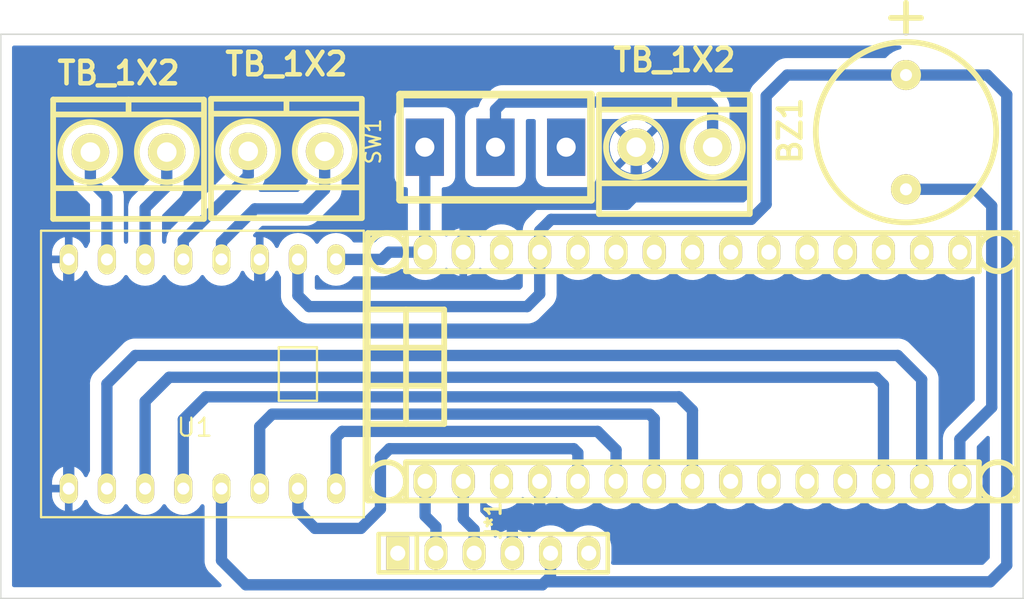
<source format=kicad_pcb>
(kicad_pcb (version 20211014) (generator pcbnew)
  (layers (0 "F.Cu" signal) (31 "B.Cu" signal) (34 "B.Paste" user) (35 "F.Paste" user) (36 "B.SilkS" user "B.Silkscreen") (37 "F.SilkS" user "F.Silkscreen") (38 "B.Mask" user) (39 "F.Mask" user) (44 "Edge.Cuts" user))
  (net 0 "")
  (net 1 "+5V")
  (net 2 "/+BATT")
  (net 3 "GND")
  (net 4 "/OUT3")
  (net 5 "/OUT4")
  (net 6 "/OUT1")
  (net 7 "/OUT2")
  (net 8 "/TX")
  (net 9 "/RX")
  (net 11 "/D2")
  (net 12 "/DRIVER 1")
  (net 13 "/D4")
  (net 14 "/D5")
  (net 18 "/D10")
  (net 19 "/DRIVER 2")
  (net 33 "VCC")
  (net 37 "/BUZZER")
  (footprint "EESTN5 - Librerias Kicad:SW_SPDT_TH_Vertical" (layer "F.Cu") (at 144.9 64.4 90)
    (fp_text reference "SW1" (at 0.381 -8.128 90) (layer "F.SilkS"))
    (fp_text value "SW_SPDT" hide)
    (fp_line (start -3.5 -6.35) (end -3.5 6.35) (layer "F.SilkS") (width 0.5))
    (fp_line (start 3.5 -6.35) (end 3.5 6.35) (layer "F.SilkS") (width 0.508))
    (fp_line (start -3.5 6.35) (end 3.5 6.35) (layer "F.SilkS") (width 0.508))
    (fp_line (start 3.5 -6.35) (end -3.5 -6.35) (layer "F.SilkS") (width 0.5))
    (pad "1" thru_hole rect locked (at 0 -4.7 90) (size 3.81 2.54) (drill 1.27) (layers *.Cu *.Mask) (net 33 "VCC"))
    (pad "2" thru_hole rect locked (at 0 0 90) (size 3.81 2.54) (drill 1.27) (layers *.Cu *.Mask) (net 2 "/+BATT"))
    (pad "3" thru_hole rect locked (at 0 4.7 90) (size 3.81 2.54) (drill 1.27) (layers *.Cu *.Mask))
  )
  (footprint "EESTN5 - Librerias Kicad:HC-05" (layer "F.Cu") (at 144.75 91.4)
    (fp_text reference "J*1" (at 0 -2.159 90) (layer "F.SilkS") (effects (font (size 1.016 1.016) (thickness 0.2032))))
    (fp_text value "HC-05" hide)
    (fp_line (start -5.08 -1.27) (end -5.08 1.27) (layer "F.SilkS") (width 0.3048))
    (fp_line (start -7.62 -1.27) (end 7.62 -1.27) (layer "F.SilkS") (width 0.3048))
    (fp_line (start -7.62 1.27) (end -7.62 -1.27) (layer "F.SilkS") (width 0.3048))
    (fp_line (start 7.62 1.27) (end -7.62 1.27) (layer "F.SilkS") (width 0.3048))
    (fp_line (start 7.62 -1.27) (end 7.62 1.27) (layer "F.SilkS") (width 0.3048))
    (pad "1" thru_hole rect locked (at -6.35 0) (size 1.524 2.19964) (drill 1.00076) (layers *.Cu *.Mask "F.SilkS"))
    (pad "2" thru_hole oval locked (at -3.81 0) (size 1.524 2.19964) (drill 1.00076) (layers *.Cu *.Mask "F.SilkS") (net 8 "/TX"))
    (pad "3" thru_hole oval locked (at -1.27 0) (size 1.524 2.19964) (drill 1.00076) (layers *.Cu *.Mask "F.SilkS") (net 9 "/RX"))
    (pad "4" thru_hole oval locked (at 1.27 0) (size 1.524 2.19964) (drill 1.00076) (layers *.Cu *.Mask "F.SilkS") (net 3 "GND"))
    (pad "5" thru_hole oval locked (at 3.81 0) (size 1.524 2.19964) (drill 1.00076) (layers *.Cu *.Mask "F.SilkS") (net 1 "+5V"))
    (pad "6" thru_hole oval locked (at 6.35 0) (size 1.524 2.19964) (drill 1.00076) (layers *.Cu *.Mask "F.SilkS"))
  )
  (footprint "EESTN5:Buzzer_12mm" (layer "F.Cu") (at 172.2 63.4 90)
    (fp_text reference "BZ1" (at 0.1 -7.7 90) (layer "F.SilkS") (effects (font (size 1.5 1.5) (thickness 0.3))))
    (fp_text value "Buzzer" hide)
    (fp_line (start 7.6 1) (end 7.6 -1) (layer "F.SilkS") (width 0.37846))
    (fp_line (start 6.6 0) (end 8.6 0) (layer "F.SilkS") (width 0.37846))
    (fp_circle (center 0 0) (end -6 0) (layer "F.SilkS") (width 0.37846) (fill none))
    (pad "1" thru_hole circle locked (at 3.8 0 90) (size 2 2) (drill 0.8) (layers *.Cu *.Mask "F.SilkS") (net 1 "+5V"))
    (pad "2" thru_hole circle locked (at -3.8 0 90) (size 2 2) (drill 0.8) (layers *.Cu *.Mask "F.SilkS") (net 37 "/BUZZER"))
  )
  (footprint "EESTN5 - Librerias Kicad:arduino_nano_header" (layer "F.Cu") (at 158 79)
    (fp_text reference "J4" hide)
    (fp_text value "Arduino_Nano_Header" hide)
    (fp_line (start -16.51 -3.81) (end -16.51 3.81) (layer "F.SilkS") (width 0.381))
    (fp_line (start -16.51 1.27) (end -21.59 1.27) (layer "F.SilkS") (width 0.381))
    (fp_line (start -19.05 8.89) (end -19.05 6.35) (layer "F.SilkS") (width 0.381))
    (fp_line (start -19.05 -8.89) (end -19.05 -6.35) (layer "F.SilkS") (width 0.381))
    (fp_line (start 21.59 8.89) (end 21.59 -8.89) (layer "F.SilkS") (width 0.381))
    (fp_line (start 21.59 -8.89) (end -21.59 -8.89) (layer "F.SilkS") (width 0.381))
    (fp_line (start 19.05 -6.35) (end -19.05 -6.35) (layer "F.SilkS") (width 0.381))
    (fp_line (start -19.05 6.35) (end 19.05 6.35) (layer "F.SilkS") (width 0.381))
    (fp_line (start -19.05 -3.81) (end -19.05 3.81) (layer "F.SilkS") (width 0.381))
    (fp_line (start 19.05 -6.35) (end 19.05 -8.89) (layer "F.SilkS") (width 0.381))
    (fp_line (start 19.05 8.89) (end 19.05 6.35) (layer "F.SilkS") (width 0.381))
    (fp_line (start -16.51 3.81) (end -21.59 3.81) (layer "F.SilkS") (width 0.381))
    (fp_line (start -21.59 -3.81) (end -16.51 -3.81) (layer "F.SilkS") (width 0.381))
    (fp_line (start -21.59 8.89) (end -21.59 -8.89) (layer "F.SilkS") (width 0.381))
    (fp_line (start -16.51 -1.27) (end -21.59 -1.27) (layer "F.SilkS") (width 0.381))
    (fp_line (start -21.59 8.89) (end 21.59 8.89) (layer "F.SilkS") (width 0.381))
    (fp_circle (center 20.32 -7.62) (end 21.59 -7.62) (layer "F.SilkS") (width 0.381) (fill none))
    (fp_circle (center -20.32 7.62) (end -21.59 7.62) (layer "F.SilkS") (width 0.381) (fill none))
    (fp_circle (center 20.32 7.62) (end 21.59 7.62) (layer "F.SilkS") (width 0.381) (fill none))
    (fp_circle (center -20.32 -7.62) (end -21.59 -7.62) (layer "F.SilkS") (width 0.381) (fill none))
    (pad "1" thru_hole oval locked (at -17.78 7.62) (size 1.524 2.19964) (drill 1.00076) (layers *.Cu *.Mask "F.SilkS") (net 8 "/TX"))
    (pad "2" thru_hole oval locked (at -15.24 7.62) (size 1.524 2.19964) (drill 1.00076) (layers *.Cu *.Mask "F.SilkS") (net 9 "/RX"))
    (pad "3" thru_hole oval locked (at -12.7 7.62) (size 1.524 2.19964) (drill 1.00076) (layers *.Cu *.Mask "F.SilkS"))
    (pad "4" thru_hole oval locked (at -10.16 7.62) (size 1.524 2.19964) (drill 1.00076) (layers *.Cu *.Mask "F.SilkS") (net 3 "GND"))
    (pad "5" thru_hole oval locked (at -7.62 7.62) (size 1.524 2.19964) (drill 1.00076) (layers *.Cu *.Mask "F.SilkS") (net 11 "/D2"))
    (pad "6" thru_hole oval locked (at -5.08 7.62) (size 1.524 2.19964) (drill 1.00076) (layers *.Cu *.Mask "F.SilkS") (net 12 "/DRIVER 1"))
    (pad "7" thru_hole oval locked (at -2.54 7.62) (size 1.524 2.19964) (drill 1.00076) (layers *.Cu *.Mask "F.SilkS") (net 13 "/D4"))
    (pad "8" thru_hole oval locked (at 0 7.62) (size 1.524 2.19964) (drill 1.00076) (layers *.Cu *.Mask "F.SilkS") (net 14 "/D5"))
    (pad "9" thru_hole oval locked (at 2.54 7.62) (size 1.524 2.19964) (drill 1.00076) (layers *.Cu *.Mask "F.SilkS"))
    (pad "10" thru_hole oval locked (at 5.08 7.62) (size 1.524 2.19964) (drill 1.00076) (layers *.Cu *.Mask "F.SilkS"))
    (pad "11" thru_hole oval locked (at 7.62 7.62) (size 1.524 2.19964) (drill 1.00076) (layers *.Cu *.Mask "F.SilkS"))
    (pad "12" thru_hole oval locked (at 10.16 7.62) (size 1.524 2.19964) (drill 1.00076) (layers *.Cu *.Mask "F.SilkS"))
    (pad "13" thru_hole oval locked (at 12.7 7.62) (size 1.524 2.19964) (drill 1.00076) (layers *.Cu *.Mask "F.SilkS") (net 18 "/D10"))
    (pad "14" thru_hole oval locked (at 15.24 7.62) (size 1.524 2.19964) (drill 1.00076) (layers *.Cu *.Mask "F.SilkS") (net 19 "/DRIVER 2"))
    (pad "15" thru_hole oval locked (at 17.78 7.62) (size 1.524 2.19964) (drill 1.00076) (layers *.Cu *.Mask "F.SilkS") (net 37 "/BUZZER"))
    (pad "16" thru_hole oval locked (at 17.78 -7.62) (size 1.524 2.19964) (drill 1.00076) (layers *.Cu *.Mask "F.SilkS"))
    (pad "17" thru_hole oval locked (at 15.24 -7.62) (size 1.524 2.19964) (drill 1.00076) (layers *.Cu *.Mask "F.SilkS"))
    (pad "18" thru_hole oval locked (at 12.7 -7.62) (size 1.524 2.19964) (drill 1.00076) (layers *.Cu *.Mask "F.SilkS"))
    (pad "19" thru_hole oval locked (at 10.16 -7.62) (size 1.524 2.19964) (drill 1.00076) (layers *.Cu *.Mask "F.SilkS"))
    (pad "20" thru_hole oval locked (at 7.62 -7.62) (size 1.524 2.1971) (drill 1.00076) (layers *.Cu *.Mask "F.SilkS"))
    (pad "21" thru_hole oval locked (at 5.08 -7.62) (size 1.524 2.1971) (drill 1.00076) (layers *.Cu *.Mask "F.SilkS"))
    (pad "22" thru_hole oval locked (at 2.54 -7.62) (size 1.524 2.1971) (drill 1.00076) (layers *.Cu *.Mask "F.SilkS"))
    (pad "23" thru_hole oval locked (at 0 -7.62) (size 1.524 2.1971) (drill 1.00076) (layers *.Cu *.Mask "F.SilkS"))
    (pad "24" thru_hole oval locked (at -2.54 -7.62) (size 1.524 2.1971) (drill 0.99822) (layers *.Cu *.Mask "F.SilkS"))
    (pad "25" thru_hole oval locked (at -5.08 -7.62) (size 1.524 2.1971) (drill 0.99822) (layers *.Cu *.Mask "F.SilkS"))
    (pad "26" thru_hole oval locked (at -7.62 -7.62) (size 1.524 2.1971) (drill 0.99822) (layers *.Cu *.Mask "F.SilkS"))
    (pad "27" thru_hole oval locked (at -10.16 -7.62) (size 1.524 2.1971) (drill 0.99822) (layers *.Cu *.Mask "F.SilkS") (net 1 "+5V"))
    (pad "28" thru_hole oval locked (at -12.7 -7.62) (size 1.524 2.1971) (drill 0.99822) (layers *.Cu *.Mask "F.SilkS"))
    (pad "29" thru_hole oval locked (at -15.24 -7.62) (size 1.524 2.1971) (drill 0.99822) (layers *.Cu *.Mask "F.SilkS") (net 3 "GND"))
    (pad "30" thru_hole oval locked (at -17.78 -7.62) (size 1.524 2.1971) (drill 0.99822) (layers *.Cu *.Mask "F.SilkS") (net 33 "VCC"))
  )
  (footprint "EESTN5 - Librerias Kicad:BORNERA2_AZUL" (layer "F.Cu") (at 120.5 64.72375 180)
    (fp_text reference "J2" hide)
    (fp_text value "TB_1X2" (at 0.66223 5.25373) (layer "F.SilkS") (effects (font (size 1.5 1.5) (thickness 0.3))))
    (fp_line (start -5 2.5) (end 5 2.5) (layer "F.SilkS") (width 0.381))
    (fp_line (start -5.0165 -4.445) (end -5.0165 3.4925) (layer "F.SilkS") (width 0.381))
    (fp_line (start -5 -2.4) (end 5 -2.4) (layer "F.SilkS") (width 0.381))
    (fp_line (start 0 2.54) (end 0 3.4845) (layer "F.SilkS") (width 0.381))
    (fp_line (start 5.0165 -4.445) (end -4.9835 -4.445) (layer "F.SilkS") (width 0.381))
    (fp_line (start 5.0165 3.4925) (end 5.0165 -4.445) (layer "F.SilkS") (width 0.381))
    (fp_line (start -4.9835 3.4925) (end 5.0165 3.4925) (layer "F.SilkS") (width 0.381))
    (fp_circle (center -2.55 0) (end -0.55 0) (layer "F.SilkS") (width 0.381) (fill none))
    (fp_circle (center 2.55 0) (end 0.55 0) (layer "F.SilkS") (width 0.381) (fill none))
    (pad "1" thru_hole circle locked (at -2.54 0 180) (size 2.5 2.5) (drill 1.3) (layers *.Cu *.Mask "F.SilkS") (net 4 "/OUT3"))
    (pad "2" thru_hole circle locked (at 2.54 0 180) (size 2.5 2.5) (drill 1.3) (layers *.Cu *.Mask "F.SilkS") (net 5 "/OUT4"))
  )
  (footprint "EESTN5 - Librerias Kicad:BORNERA2_AZUL" (layer "F.Cu") (at 131 64.67375 180)
    (fp_text reference "J3" hide)
    (fp_text value "TB_1X2" (at 0 5.8) (layer "F.SilkS") (effects (font (size 1.5 1.5) (thickness 0.3))))
    (fp_line (start 5.0165 3.4925) (end 5.0165 -4.445) (layer "F.SilkS") (width 0.381))
    (fp_line (start -4.9835 3.4925) (end 5.0165 3.4925) (layer "F.SilkS") (width 0.381))
    (fp_line (start -5.0165 -4.445) (end -5.0165 3.4925) (layer "F.SilkS") (width 0.381))
    (fp_line (start 5.0165 -4.445) (end -4.9835 -4.445) (layer "F.SilkS") (width 0.381))
    (fp_line (start -5 -2.4) (end 5 -2.4) (layer "F.SilkS") (width 0.381))
    (fp_line (start -5 2.5) (end 5 2.5) (layer "F.SilkS") (width 0.381))
    (fp_line (start 0 2.54) (end 0 3.4845) (layer "F.SilkS") (width 0.381))
    (fp_circle (center -2.55 0) (end -0.55 0) (layer "F.SilkS") (width 0.381) (fill none))
    (fp_circle (center 2.55 0) (end 0.55 0) (layer "F.SilkS") (width 0.381) (fill none))
    (pad "1" thru_hole circle locked (at -2.54 0 180) (size 2.5 2.5) (drill 1.3) (layers *.Cu *.Mask "F.SilkS") (net 6 "/OUT1"))
    (pad "2" thru_hole circle locked (at 2.54 0 180) (size 2.5 2.5) (drill 1.3) (layers *.Cu *.Mask "F.SilkS") (net 7 "/OUT2"))
  )
  (footprint "EESTN5 - Librerias Kicad:BORNERA2_AZUL" (layer "F.Cu") (at 156.8 64.4 180)
    (fp_text reference "J1" hide)
    (fp_text value "TB_1X2" (at 0 5.8) (layer "F.SilkS") (effects (font (size 1.5 1.5) (thickness 0.3))))
    (fp_line (start -5 -2.4) (end 5 -2.4) (layer "F.SilkS") (width 0.381))
    (fp_line (start -5.0165 -4.445) (end -5.0165 3.4925) (layer "F.SilkS") (width 0.381))
    (fp_line (start -4.9835 3.4925) (end 5.0165 3.4925) (layer "F.SilkS") (width 0.381))
    (fp_line (start 5.0165 3.4925) (end 5.0165 -4.445) (layer "F.SilkS") (width 0.381))
    (fp_line (start -5 2.5) (end 5 2.5) (layer "F.SilkS") (width 0.381))
    (fp_line (start 0 2.54) (end 0 3.4845) (layer "F.SilkS") (width 0.381))
    (fp_line (start 5.0165 -4.445) (end -4.9835 -4.445) (layer "F.SilkS") (width 0.381))
    (fp_circle (center 2.55 0) (end 0.55 0) (layer "F.SilkS") (width 0.381) (fill none))
    (fp_circle (center -2.55 0) (end -0.55 0) (layer "F.SilkS") (width 0.381) (fill none))
    (pad "1" thru_hole circle locked (at -2.54 0 180) (size 2.5 2.5) (drill 1.3) (layers *.Cu *.Mask "F.SilkS") (net 2 "/+BATT"))
    (pad "2" thru_hole circle locked (at 2.54 0 180) (size 2.5 2.5) (drill 1.3) (layers *.Cu *.Mask "F.SilkS") (net 3 "GND"))
  )
  (footprint "EESTN5 - Librerias Kicad:TB6612_Breakout" (layer "F.Cu") (at 125.41 79.48 180)
    (fp_text reference "U1" (at 0.508 -3.556) (layer "F.SilkS") (effects (font (size 1.2 1.2))))
    (fp_text value "TB6612_BREAKOUT")
    (fp_line (start -10.7315 9.525) (end 10.7315 9.525) (layer "F.SilkS") (width 0.15))
    (fp_line (start 10.7315 -9.525) (end -10.7315 -9.525) (layer "F.SilkS") (width 0.15))
    (fp_line (start -7.62 1.778) (end -5.08 1.778) (layer "F.SilkS") (width 0.15))
    (fp_line (start -5.08 -1.778) (end -5.08 1.778) (layer "F.SilkS") (width 0.15))
    (fp_line (start 10.7315 -9.525) (end 10.7315 9.525) (layer "F.SilkS") (width 0.15))
    (fp_line (start -10.7315 9.525) (end -10.7315 -9.525) (layer "F.SilkS") (width 0.15))
    (fp_line (start -7.62 -1.778) (end -5.08 -1.778) (layer "F.SilkS") (width 0.15))
    (fp_line (start -7.62 1.778) (end -7.62 -1.778) (layer "F.SilkS") (width 0.15))
    (pad "1" thru_hole oval locked (at -8.89 7.62 180) (size 1.2 2) (drill 0.8) (layers *.Cu *.Mask "F.SilkS") (net 33 "VCC"))
    (pad "2" thru_hole oval locked (at -6.35 7.62 180) (size 1.2 2) (drill 0.8) (layers *.Cu *.Mask "F.SilkS") (net 1 "+5V"))
    (pad "3" thru_hole oval locked (at -3.81 7.62 180) (size 1.2 2) (drill 0.8) (layers *.Cu *.Mask "F.SilkS") (net 3 "GND"))
    (pad "4" thru_hole oval locked (at -1.27 7.62 180) (size 1.2 2) (drill 0.8) (layers *.Cu *.Mask "F.SilkS") (net 6 "/OUT1"))
    (pad "5" thru_hole oval locked (at 1.27 7.62 180) (size 1.2 2) (drill 0.8) (layers *.Cu *.Mask "F.SilkS") (net 7 "/OUT2"))
    (pad "6" thru_hole oval locked (at 3.81 7.62 180) (size 1.2 2) (drill 0.8) (layers *.Cu *.Mask "F.SilkS") (net 4 "/OUT3"))
    (pad "7" thru_hole oval locked (at 6.35 7.62 180) (size 1.2 2) (drill 0.8) (layers *.Cu *.Mask "F.SilkS") (net 5 "/OUT4"))
    (pad "8" thru_hole oval locked (at 8.89 7.62 180) (size 1.2 2) (drill 0.8) (layers *.Cu *.Mask "F.SilkS") (net 3 "GND"))
    (pad "9" thru_hole oval locked (at 8.89 -7.62 180) (size 1.2 2) (drill 0.8) (layers *.Cu *.Mask "F.SilkS") (net 3 "GND"))
    (pad "10" thru_hole oval locked (at 6.35 -7.62 180) (size 1.2 2) (drill 0.8) (layers *.Cu *.Mask "F.SilkS") (net 19 "/DRIVER 2"))
    (pad "11" thru_hole oval locked (at 3.81 -7.62 180) (size 1.2 2) (drill 0.8) (layers *.Cu *.Mask "F.SilkS") (net 18 "/D10"))
    (pad "12" thru_hole oval locked (at 1.27 -7.62 180) (size 1.2 2) (drill 0.8) (layers *.Cu *.Mask "F.SilkS") (net 14 "/D5"))
    (pad "13" thru_hole oval locked (at -1.27 -7.62 180) (size 1.2 2) (drill 0.8) (layers *.Cu *.Mask "F.SilkS") (net 1 "+5V"))
    (pad "14" thru_hole oval locked (at -3.81 -7.62 180) (size 1.2 2) (drill 0.8) (layers *.Cu *.Mask "F.SilkS") (net 13 "/D4"))
    (pad "15" thru_hole oval locked (at -6.35 -7.62 180) (size 1.2 2) (drill 0.8) (layers *.Cu *.Mask "F.SilkS") (net 11 "/D2"))
    (pad "16" thru_hole oval locked (at -8.89 -7.62 180) (size 1.2 2) (drill 0.8) (layers *.Cu *.Mask "F.SilkS") (net 12 "/DRIVER 1"))
  )
  (gr_rect (start 112 56.89) (end 180 94.41) (layer "Edge.Cuts") (width 0.1) (fill none))
  (segment (start 147.84 69.96) (end 147.84 71.38) (width 0.75) (layer "B.Cu") (net 1))
  (segment (start 178.9 92.2) (end 178.9 60.9) (width 0.75) (layer "B.Cu") (net 1))
  (segment (start 162.9 68.2) (end 161.9 69.2) (width 0.75) (layer "B.Cu") (net 1))
  (segment (start 162.9 61) (end 162.9 68.2) (width 0.75) (layer "B.Cu") (net 1))
  (segment (start 164.3 59.6) (end 162.9 61) (width 0.75) (layer "B.Cu") (net 1))
  (segment (start 128.3 93.5) (end 148.02 93.5) (width 0.75) (layer "B.Cu") (net 1))
  (segment (start 148.02 93.5) (end 148.22 93.3) (width 0.75) (layer "B.Cu") (net 1))
  (segment (start 178.9 60.9) (end 177.6 59.6) (width 0.75) (layer "B.Cu") (net 1))
  (segment (start 148.02 93.5) (end 148.56 92.96) (width 0.75) (layer "B.Cu") (net 1))
  (segment (start 148.56 91.4) (end 148.56 92.96) (width 0.75) (layer "B.Cu") (net 1))
  (segment (start 131.76 71.86) (end 131.76 74.26) (width 0.75) (layer "B.Cu") (net 1))
  (segment (start 126.68 87.1) (end 126.68 91.88) (width 0.75) (layer "B.Cu") (net 1))
  (segment (start 131.76 74.26) (end 132.5 75) (width 0.75) (layer "B.Cu") (net 1))
  (segment (start 148.22 93.3) (end 177.8 93.3) (width 0.75) (layer "B.Cu") (net 1))
  (segment (start 132.5 75) (end 147 75) (width 0.75) (layer "B.Cu") (net 1))
  (segment (start 147.84 74.16) (end 147.84 71.38) (width 0.75) (layer "B.Cu") (net 1))
  (segment (start 147 75) (end 147.84 74.16) (width 0.75) (layer "B.Cu") (net 1))
  (segment (start 161.9 69.2) (end 148.6 69.2) (width 0.75) (layer "B.Cu") (net 1))
  (segment (start 126.68 91.88) (end 128.3 93.5) (width 0.75) (layer "B.Cu") (net 1))
  (segment (start 172.2 59.6) (end 164.3 59.6) (width 0.75) (layer "B.Cu") (net 1))
  (segment (start 177.8 93.3) (end 178.9 92.2) (width 0.75) (layer "B.Cu") (net 1))
  (segment (start 177.6 59.6) (end 172.2 59.6) (width 0.75) (layer "B.Cu") (net 1))
  (segment (start 148.6 69.2) (end 147.84 69.96) (width 0.75) (layer "B.Cu") (net 1))
  (segment (start 144.9 61.9) (end 144.9 64.4) (width 0.75) (layer "B.Cu") (net 2))
  (segment (start 159.34 61.74) (end 159 61.4) (width 0.75) (layer "B.Cu") (net 2))
  (segment (start 159.34 64.4) (end 159.34 61.74) (width 0.75) (layer "B.Cu") (net 2))
  (segment (start 159 61.4) (end 145.4 61.4) (width 0.75) (layer "B.Cu") (net 2))
  (segment (start 145.4 61.4) (end 144.9 61.9) (width 0.75) (layer "B.Cu") (net 2))
  (segment (start 147.84 88.36) (end 147.84 86.62) (width 0.75) (layer "B.Cu") (net 3))
  (segment (start 142.76 70.24) (end 144.8 68.2) (width 0.75) (layer "B.Cu") (net 3))
  (segment (start 116.52 75.32) (end 116.52 71.86) (width 0.75) (layer "B.Cu") (net 3))
  (segment (start 146.02 91.4) (end 146.02 89.38) (width 0.75) (layer "B.Cu") (net 3))
  (segment (start 116.52 75.32) (end 128.43 75.32) (width 0.75) (layer "B.Cu") (net 3))
  (segment (start 146.4 89) (end 147.2 89) (width 0.75) (layer "B.Cu") (net 3))
  (segment (start 128.43 75.32) (end 129.22 74.53) (width 0.75) (layer "B.Cu") (net 3))
  (segment (start 129.22 74.53) (end 129.22 71.86) (width 0.75) (layer "B.Cu") (net 3))
  (segment (start 146.02 89.38) (end 146.4 89) (width 0.75) (layer "B.Cu") (net 3))
  (segment (start 116.52 87.1) (end 116.52 75.32) (width 0.75) (layer "B.Cu") (net 3))
  (segment (start 142.76 71.38) (end 142.76 70.24) (width 0.75) (layer "B.Cu") (net 3))
  (segment (start 144.8 68.2) (end 153.6 68.2) (width 0.75) (layer "B.Cu") (net 3))
  (segment (start 153.6 68.2) (end 154.26 67.54) (width 0.75) (layer "B.Cu") (net 3))
  (segment (start 147.2 89) (end 147.84 88.36) (width 0.75) (layer "B.Cu") (net 3))
  (segment (start 154.26 67.54) (end 154.26 64.4) (width 0.75) (layer "B.Cu") (net 3))
  (segment (start 123.04 64.72375) (end 123.04 67.01) (width 0.75) (layer "B.Cu") (net 4))
  (segment (start 121.6 68.45) (end 121.6 71.86) (width 0.75) (layer "B.Cu") (net 4))
  (segment (start 123.04 67.01) (end 121.6 68.45) (width 0.75) (layer "B.Cu") (net 4))
  (segment (start 117.96 66.61) (end 119.06 67.71) (width 0.75) (layer "B.Cu") (net 5))
  (segment (start 117.96 64.72375) (end 117.96 66.61) (width 0.75) (layer "B.Cu") (net 5))
  (segment (start 119.06 67.71) (end 119.06 71.86) (width 0.75) (layer "B.Cu") (net 5))
  (segment (start 128.9 68.5) (end 132.25 68.5) (width 0.75) (layer "B.Cu") (net 6))
  (segment (start 133.54 67.21) (end 133.54 64.67375) (width 0.75) (layer "B.Cu") (net 6))
  (segment (start 132.25 68.5) (end 133.54 67.21) (width 0.75) (layer "B.Cu") (net 6))
  (segment (start 126.68 70.72) (end 128.9 68.5) (width 0.75) (layer "B.Cu") (net 6))
  (segment (start 126.68 71.86) (end 126.68 70.72) (width 0.75) (layer "B.Cu") (net 6))
  (segment (start 124.14 71.86) (end 124.14 70.61) (width 0.75) (layer "B.Cu") (net 7))
  (segment (start 128.46 66.29) (end 128.46 64.67375) (width 0.75) (layer "B.Cu") (net 7))
  (segment (start 124.14 70.61) (end 128.46 66.29) (width 0.75) (layer "B.Cu") (net 7))
  (segment (start 140.94 91.4) (end 140.94 89.64) (width 0.75) (layer "B.Cu") (net 8))
  (segment (start 140.94 89.64) (end 140.22 88.92) (width 0.75) (layer "B.Cu") (net 8))
  (segment (start 140.22 88.92) (end 140.22 86.62) (width 0.75) (layer "B.Cu") (net 8))
  (segment (start 143.48 91.4) (end 143.48 89.83) (width 0.75) (layer "B.Cu") (net 9))
  (segment (start 142.76 89.11) (end 142.76 86.62) (width 0.75) (layer "B.Cu") (net 9))
  (segment (start 143.48 89.83) (end 142.76 89.11) (width 0.75) (layer "B.Cu") (net 9))
  (segment (start 132.9 89.75) (end 135.95 89.75) (width 0.75) (layer "B.Cu") (net 11))
  (segment (start 137.25 85.05) (end 137.85 84.45) (width 0.75) (layer "B.Cu") (net 11))
  (segment (start 135.95 89.75) (end 137.25 88.45) (width 0.75) (layer "B.Cu") (net 11))
  (segment (start 137.25 88.45) (end 137.25 85.05) (width 0.75) (layer "B.Cu") (net 11))
  (segment (start 150.38 84.73) (end 150.38 86.62) (width 0.75) (layer "B.Cu") (net 11))
  (segment (start 131.76 88.61) (end 132.9 89.75) (width 0.75) (layer "B.Cu") (net 11))
  (segment (start 137.85 84.45) (end 150.1 84.45) (width 0.75) (layer "B.Cu") (net 11))
  (segment (start 150.1 84.45) (end 150.38 84.73) (width 0.75) (layer "B.Cu") (net 11))
  (segment (start 131.76 87.1) (end 131.76 88.61) (width 0.75) (layer "B.Cu") (net 11))
  (segment (start 152.92 84.53) (end 152.92 86.62) (width 0.75) (layer "B.Cu") (net 12))
  (segment (start 134.3 87.1) (end 134.3 83.7) (width 0.75) (layer "B.Cu") (net 12))
  (segment (start 151.69 83.3) (end 152.92 84.53) (width 0.75) (layer "B.Cu") (net 12))
  (segment (start 134.7 83.3) (end 151.69 83.3) (width 0.75) (layer "B.Cu") (net 12))
  (segment (start 134.3 83.7) (end 134.7 83.3) (width 0.75) (layer "B.Cu") (net 12))
  (segment (start 129.22 82.98) (end 130.05 82.15) (width 0.75) (layer "B.Cu") (net 13))
  (segment (start 130.05 82.15) (end 155.15 82.15) (width 0.75) (layer "B.Cu") (net 13))
  (segment (start 155.46 82.46) (end 155.46 86.62) (width 0.75) (layer "B.Cu") (net 13))
  (segment (start 129.22 87.1) (end 129.22 82.98) (width 0.75) (layer "B.Cu") (net 13))
  (segment (start 155.15 82.15) (end 155.46 82.46) (width 0.75) (layer "B.Cu") (net 13))
  (segment (start 157.1 81) (end 158 81.9) (width 0.75) (layer "B.Cu") (net 14))
  (segment (start 158 81.9) (end 158 86.62) (width 0.75) (layer "B.Cu") (net 14))
  (segment (start 124.14 87.1) (end 124.14 82.51) (width 0.75) (layer "B.Cu") (net 14))
  (segment (start 125.65 81) (end 157.1 81) (width 0.75) (layer "B.Cu") (net 14))
  (segment (start 124.14 82.51) (end 125.65 81) (width 0.75) (layer "B.Cu") (net 14))
  (segment (start 123.2 79.7) (end 170.2 79.7) (width 0.75) (layer "B.Cu") (net 18))
  (segment (start 170.7 80.2) (end 170.7 86.62) (width 0.75) (layer "B.Cu") (net 18))
  (segment (start 170.2 79.7) (end 170.7 80.2) (width 0.75) (layer "B.Cu") (net 18))
  (segment (start 121.6 81.3) (end 123.2 79.7) (width 0.75) (layer "B.Cu") (net 18))
  (segment (start 121.6 87.1) (end 121.6 81.3) (width 0.75) (layer "B.Cu") (net 18))
  (segment (start 119.06 87.1) (end 119.06 80.14) (width 0.75) (layer "B.Cu") (net 19))
  (segment (start 171.65 78.25) (end 173.24 79.84) (width 0.75) (layer "B.Cu") (net 19))
  (segment (start 120.95 78.25) (end 171.65 78.25) (width 0.75) (layer "B.Cu") (net 19))
  (segment (start 119.06 80.14) (end 120.95 78.25) (width 0.75) (layer "B.Cu") (net 19))
  (segment (start 173.24 79.84) (end 173.24 86.62) (width 0.75) (layer "B.Cu") (net 19))
  (segment (start 140.2 64.4) (end 140.2 71.36) (width 0.75) (layer "B.Cu") (net 33))
  (segment (start 137.82 71.38) (end 140.22 71.38) (width 0.75) (layer "B.Cu") (net 33))
  (segment (start 137.34 71.86) (end 137.82 71.38) (width 0.75) (layer "B.Cu") (net 33))
  (segment (start 134.3 71.86) (end 137.34 71.86) (width 0.75) (layer "B.Cu") (net 33))
  (segment (start 140.2 71.36) (end 140.22 71.38) (width 0.75) (layer "B.Cu") (net 33))
  (segment (start 176.8 67.2) (end 177.9 68.3) (width 0.75) (layer "B.Cu") (net 37))
  (segment (start 177.9 81.7) (end 175.78 83.82) (width 0.75) (layer "B.Cu") (net 37))
  (segment (start 175.78 83.82) (end 175.78 86.62) (width 0.75) (layer "B.Cu") (net 37))
  (segment (start 172.2 67.2) (end 176.8 67.2) (width 0.75) (layer "B.Cu") (net 37))
  (segment (start 177.9 68.3) (end 177.9 81.7) (width 0.75) (layer "B.Cu") (net 37))
  (zone (net 3) (net_name "GND") (layer "B.Cu") (connect_pads (clearance 0.75)) (min_thickness 0.254) (fill yes (thermal_gap 0.508) (thermal_bridge_width 0.508))
    (polygon (pts (xy 179.9 94.3) (xy 112.1 94.3) (xy 112.1 57) (xy 179.9 57)))
  )
)
</source>
